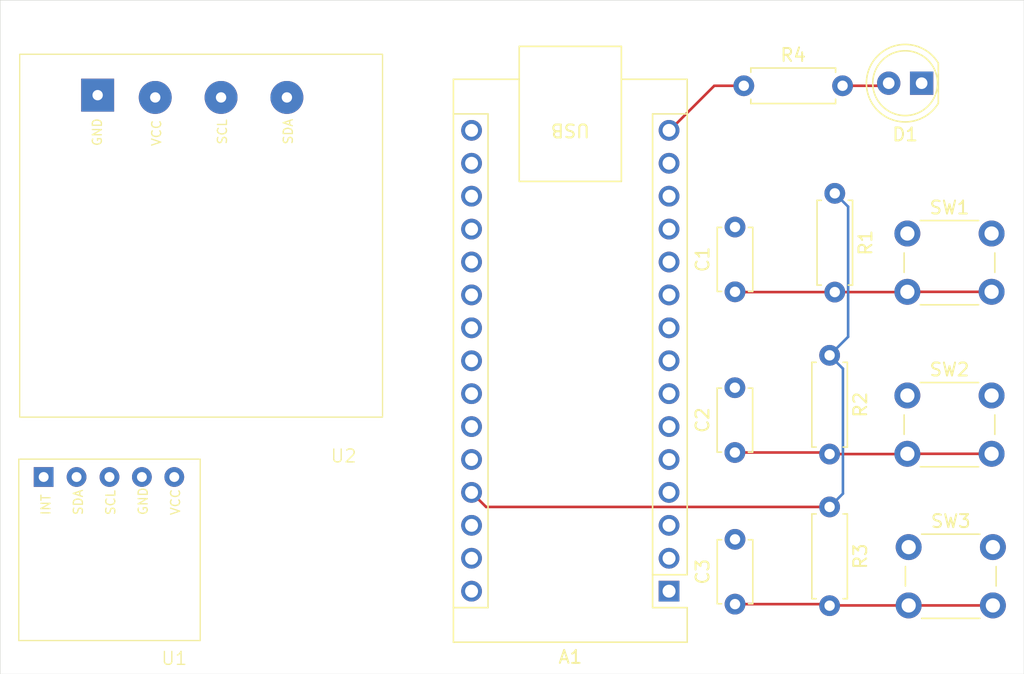
<source format=kicad_pcb>
(kicad_pcb (version 20241229) (generator "pcbnew") (generator_version "9.0")
  (layers (0 "F.Cu" signal "Front") (4 "In1.Cu" signal) (6 "In2.Cu" signal) (2 "B.Cu" signal "Back") (13 "F.Paste" user) (15 "B.Paste" user) (5 "F.SilkS" user) (7 "B.SilkS" user) (1 "F.Mask" user) (3 "B.Mask" user) (25 "Edge.Cuts" user))
  (net 0 "")
  (net 3 "Net-(D1-A)")
  (net 10 "Net-(A1-A5)")
  (net 11 "+5V")
  (net 15 "GND")
  (net 22 "Net-(A1-D4)")
  (net 23 "Net-(A1-D12)")
  (net 25 "Net-(A1-D2)")
  (net 26 "Net-(A1-D3)")
  (net 27 "Net-(A1-A4)")
  (footprint "Resistor_THT:R_Axial_DIN0207_L6.3mm_D2.5mm_P7.62mm_Horizontal" (layer "F.Cu") (at 194 95.1 -90)
    (property "Reference" "R3" (at 3.81 -2.37 90) (layer "F.SilkS"))
    (property "Value" "1K")
    (fp_line (start 0.54 1.37) (end 7.08 1.37) (stroke (width 0.12)) (layer "F.SilkS"))
    (fp_line (start 7.08 1.37) (end 7.08 1.04) (stroke (width 0.12)) (layer "F.SilkS"))
    (fp_line (start 0.54 1.04) (end 0.54 1.37) (stroke (width 0.12)) (layer "F.SilkS"))
    (fp_line (start 0.54 -1.04) (end 0.54 -1.37) (stroke (width 0.12)) (layer "F.SilkS"))
    (fp_line (start 0.54 -1.37) (end 7.08 -1.37) (stroke (width 0.12)) (layer "F.SilkS"))
    (fp_line (start 7.08 -1.37) (end 7.08 -1.04) (stroke (width 0.12)) (layer "F.SilkS"))
    (pad "1" thru_hole circle (at 0 0 270) (size 1.6 1.6) (drill 0.8) (layers "*.Cu" "*.Mask") (net 11 "+5V"))
    (pad "2" thru_hole circle (at 7.62 0 270) (size 1.6 1.6) (drill 0.8) (layers "*.Cu" "*.Mask") (net 22 "Net-(A1-D4)"))
  )
  (footprint "sp2_footprint:SSD1306" (layer "F.Cu") (at 144.5 74.168)
    (property "Reference" "U2" (at 12 17 0) (layer "F.SilkS") (effects (font (thickness 0.1))))
    (property "Value" "SSD1306")
    (fp_rect (start -13 -14) (end 15 14) (stroke (width 0.1)) (fill no) (layer "F.SilkS"))
    (fp_text user "SCL" (at 3.048 -6.985 90) (layer "F.SilkS") (effects (font (size 0.7 0.7) (thickness 0.1)) (justify left bottom)))
    (fp_text user "SDA" (at 8.128 -6.985 90) (layer "F.SilkS") (effects (font (size 0.7 0.7) (thickness 0.1)) (justify left bottom)))
    (fp_text user "VCC" (at -2.032 -6.858 90) (layer "F.SilkS") (effects (font (size 0.7 0.7) (thickness 0.1)) (justify left bottom)))
    (fp_text user "GND" (at -6.604 -6.858 90) (layer "F.SilkS") (effects (font (size 0.7 0.7) (thickness 0.1)) (justify left bottom)))
    (pad "1" thru_hole rect (at -6.984 -10.844) (size 2.54 2.54) (drill 0.8) (layers "*.Cu" "*.Mask") (net 15 "GND"))
    (pad "2" thru_hole circle (at -2.54 -10.668) (size 2.54 2.54) (drill 0.8) (layers "*.Cu" "*.Mask") (net 11 "+5V"))
    (pad "3" thru_hole circle (at 2.54 -10.668) (size 2.54 2.54) (drill 0.8) (layers "*.Cu" "*.Mask") (net 10 "Net-(A1-A5)"))
    (pad "4" thru_hole circle (at 7.62 -10.668) (size 2.54 2.54) (drill 0.8) (layers "*.Cu" "*.Mask") (net 27 "Net-(A1-A4)"))
  )
  (footprint "sp2_footprint:MAX30102_Module" (layer "F.Cu") (at 138.43 97.79)
    (property "Reference" "U1" (at 5 9 0) (layer "F.SilkS") (effects (font (thickness 0.1))))
    (property "Value" "MAX30102")
    (fp_line (start -7 -6.38) (end 7 -6.38) (stroke (width 0.1)) (layer "F.SilkS"))
    (fp_line (start -7 7.62) (end -7 -6.38) (stroke (width 0.1)) (layer "F.SilkS"))
    (fp_line (start 7 -6.38) (end 7 7.62) (stroke (width 0.1)) (layer "F.SilkS"))
    (fp_line (start 7 7.62) (end -7 7.62) (stroke (width 0.1)) (layer "F.SilkS"))
    (fp_text user "VCC" (at 5.5 -2 90) (layer "F.SilkS") (effects (font (size 0.7 0.7) (thickness 0.1)) (justify left bottom)))
    (fp_text user "GND" (at 3 -2 90) (layer "F.SilkS") (effects (font (size 0.7 0.7) (thickness 0.1)) (justify left bottom)))
    (fp_text user "INT" (at -4.5 -2 90) (layer "F.SilkS") (effects (font (size 0.7 0.7) (thickness 0.1)) (justify left bottom)))
    (fp_text user "SDA" (at -2 -2 90) (layer "F.SilkS") (effects (font (size 0.7 0.7) (thickness 0.1)) (justify left bottom)))
    (fp_text user "SCL" (at 0.5 -2 90) (layer "F.SilkS") (effects (font (size 0.7 0.7) (thickness 0.1)) (justify left bottom)))
    (pad "1" thru_hole rect (at -5.08 -5) (size 1.524 1.524) (drill 0.762) (layers "*.Cu" "*.Mask"))
    (pad "2" thru_hole circle (at -2.54 -5) (size 1.524 1.524) (drill 0.762) (layers "*.Cu" "*.Mask") (net 27 "Net-(A1-A4)"))
    (pad "3" thru_hole circle (at 0 -5) (size 1.524 1.524) (drill 0.762) (layers "*.Cu" "*.Mask") (net 10 "Net-(A1-A5)"))
    (pad "4" thru_hole circle (at 2.5 -5) (size 1.524 1.524) (drill 0.762) (layers "*.Cu" "*.Mask") (net 15 "GND"))
    (pad "5" thru_hole circle (at 5 -5) (size 1.524 1.524) (drill 0.762) (layers "*.Cu" "*.Mask") (net 11 "+5V"))
  )
  (footprint "Button_Switch_THT:SW_PUSH_6mm" (layer "F.Cu") (at 200 74)
    (property "Reference" "SW1" (at 3.25 -2 0) (layer "F.SilkS"))
    (property "Value" "SW_Push")
    (fp_line (start -0.25 1.5) (end -0.25 3) (stroke (width 0.12)) (layer "F.SilkS"))
    (fp_line (start 1 5.5) (end 5.5 5.5) (stroke (width 0.12)) (layer "F.SilkS"))
    (fp_line (start 5.5 -1) (end 1 -1) (stroke (width 0.12)) (layer "F.SilkS"))
    (fp_line (start 6.75 3) (end 6.75 1.5) (stroke (width 0.12)) (layer "F.SilkS"))
    (pad "1" thru_hole circle (at 0 0 90) (size 2 2) (drill 1.1) (layers "*.Cu" "*.Mask") (net 15 "GND"))
    (pad "1" thru_hole circle (at 6.5 0 90) (size 2 2) (drill 1.1) (layers "*.Cu" "*.Mask") (net 15 "GND"))
    (pad "2" thru_hole circle (at 0 4.5 90) (size 2 2) (drill 1.1) (layers "*.Cu" "*.Mask") (net 25 "Net-(A1-D2)"))
    (pad "2" thru_hole circle (at 6.5 4.5 90) (size 2 2) (drill 1.1) (layers "*.Cu" "*.Mask") (net 25 "Net-(A1-D2)"))
  )
  (footprint "LED_THT:LED_D5.0mm" (layer "F.Cu") (at 201.1 62.4 180)
    (property "Reference" "D1" (at 1.27 -3.96 0) (layer "F.SilkS"))
    (property "Value" "LED")
    (fp_line (start -1.29 -1.545) (end -1.29 1.545) (stroke (width 0.12)) (layer "F.SilkS"))
    (fp_arc (start 4.26 0) (mid 2.071779 2.880495) (end -1.29 1.54483) (stroke (width 0.12)) (layer "F.SilkS"))
    (fp_arc (start -1.29 -1.54483) (mid 2.071779 -2.880495) (end 4.26 0) (stroke (width 0.12)) (layer "F.SilkS"))
    (fp_circle (center 1.27 0) (end 3.77 0) (stroke (width 0.12)) (fill no) (layer "F.SilkS"))
    (pad "1" thru_hole rect (at 0 0 180) (size 1.8 1.8) (drill 0.9) (layers "*.Cu" "*.Mask") (net 15 "GND"))
    (pad "2" thru_hole circle (at 2.54 0 180) (size 1.8 1.8) (drill 0.9) (layers "*.Cu" "*.Mask") (net 3 "Net-(D1-A)"))
  )
  (footprint "Button_Switch_THT:SW_PUSH_6mm" (layer "F.Cu") (at 200 86.5)
    (property "Reference" "SW2" (at 3.25 -2 0) (layer "F.SilkS"))
    (property "Value" "SW_Push")
    (fp_line (start -0.25 1.5) (end -0.25 3) (stroke (width 0.12)) (layer "F.SilkS"))
    (fp_line (start 1 5.5) (end 5.5 5.5) (stroke (width 0.12)) (layer "F.SilkS"))
    (fp_line (start 5.5 -1) (end 1 -1) (stroke (width 0.12)) (layer "F.SilkS"))
    (fp_line (start 6.75 3) (end 6.75 1.5) (stroke (width 0.12)) (layer "F.SilkS"))
    (pad "1" thru_hole circle (at 0 0 90) (size 2 2) (drill 1.1) (layers "*.Cu" "*.Mask") (net 15 "GND"))
    (pad "1" thru_hole circle (at 6.5 0 90) (size 2 2) (drill 1.1) (layers "*.Cu" "*.Mask") (net 15 "GND"))
    (pad "2" thru_hole circle (at 0 4.5 90) (size 2 2) (drill 1.1) (layers "*.Cu" "*.Mask") (net 26 "Net-(A1-D3)"))
    (pad "2" thru_hole circle (at 6.5 4.5 90) (size 2 2) (drill 1.1) (layers "*.Cu" "*.Mask") (net 26 "Net-(A1-D3)"))
  )
  (footprint "Capacitor_THT:C_Disc_D4.7mm_W2.5mm_P5.00mm" (layer "F.Cu") (at 186.7 78.5 90)
    (property "Reference" "C1" (at 2.5 -2.5 90) (layer "F.SilkS"))
    (property "Value" "100n")
    (fp_line (start 4.97 -1.37) (end 4.97 -1.04) (stroke (width 0.12)) (layer "F.SilkS"))
    (fp_line (start 0.03 -1.37) (end 4.97 -1.37) (stroke (width 0.12)) (layer "F.SilkS"))
    (fp_line (start 0.03 -1.37) (end 0.03 -1.04) (stroke (width 0.12)) (layer "F.SilkS"))
    (fp_line (start 4.97 1.04) (end 4.97 1.37) (stroke (width 0.12)) (layer "F.SilkS"))
    (fp_line (start 0.03 1.04) (end 0.03 1.37) (stroke (width 0.12)) (layer "F.SilkS"))
    (fp_line (start 0.03 1.37) (end 4.97 1.37) (stroke (width 0.12)) (layer "F.SilkS"))
    (pad "1" thru_hole circle (at 0 0 90) (size 1.6 1.6) (drill 0.8) (layers "*.Cu" "*.Mask") (net 25 "Net-(A1-D2)"))
    (pad "2" thru_hole circle (at 5 0 90) (size 1.6 1.6) (drill 0.8) (layers "*.Cu" "*.Mask") (net 15 "GND"))
  )
  (footprint "Button_Switch_THT:SW_PUSH_6mm" (layer "F.Cu") (at 200.1 98.2)
    (property "Reference" "SW3" (at 3.25 -2 0) (layer "F.SilkS"))
    (property "Value" "SW_Push")
    (fp_line (start -0.25 1.5) (end -0.25 3) (stroke (width 0.12)) (layer "F.SilkS"))
    (fp_line (start 1 5.5) (end 5.5 5.5) (stroke (width 0.12)) (layer "F.SilkS"))
    (fp_line (start 5.5 -1) (end 1 -1) (stroke (width 0.12)) (layer "F.SilkS"))
    (fp_line (start 6.75 3) (end 6.75 1.5) (stroke (width 0.12)) (layer "F.SilkS"))
    (pad "1" thru_hole circle (at 0 0 90) (size 2 2) (drill 1.1) (layers "*.Cu" "*.Mask") (net 15 "GND"))
    (pad "1" thru_hole circle (at 6.5 0 90) (size 2 2) (drill 1.1) (layers "*.Cu" "*.Mask") (net 15 "GND"))
    (pad "2" thru_hole circle (at 0 4.5 90) (size 2 2) (drill 1.1) (layers "*.Cu" "*.Mask") (net 22 "Net-(A1-D4)"))
    (pad "2" thru_hole circle (at 6.5 4.5 90) (size 2 2) (drill 1.1) (layers "*.Cu" "*.Mask") (net 22 "Net-(A1-D4)"))
  )
  (footprint "Module:Arduino_Nano" (layer "F.Cu") (at 181.61 101.6 180)
    (property "Reference" "A1" (at 7.62 -5.08 0) (layer "F.SilkS"))
    (property "Value" "Arduino_Nano_v3.x")
    (fp_line (start 16.64 39.5) (end 16.64 -3.94) (stroke (width 0.12)) (layer "F.SilkS"))
    (fp_line (start 16.64 39.5) (end 11.56 39.5) (stroke (width 0.12)) (layer "F.SilkS"))
    (fp_line (start 16.64 -3.94) (end -1.4 -3.94) (stroke (width 0.12)) (layer "F.SilkS"))
    (fp_line (start 13.97 36.83) (end 16.64 36.83) (stroke (width 0.12)) (layer "F.SilkS"))
    (fp_line (start 13.97 -1.27) (end 16.64 -1.27) (stroke (width 0.12)) (layer "F.SilkS"))
    (fp_line (start 13.97 -1.27) (end 13.97 36.83) (stroke (width 0.12)) (layer "F.SilkS"))
    (fp_line (start 11.56 42.04) (end 3.68 42.04) (stroke (width 0.12)) (layer "F.SilkS"))
    (fp_line (start 11.56 31.62) (end 11.56 42.04) (stroke (width 0.12)) (layer "F.SilkS"))
    (fp_line (start 3.68 42.04) (end 3.68 31.62) (stroke (width 0.12)) (layer "F.SilkS"))
    (fp_line (start 3.68 31.62) (end 11.56 31.62) (stroke (width 0.12)) (layer "F.SilkS"))
    (fp_line (start 1.27 36.83) (end -1.4 36.83) (stroke (width 0.12)) (layer "F.SilkS"))
    (fp_line (start 1.27 1.27) (end 1.27 36.83) (stroke (width 0.12)) (layer "F.SilkS"))
    (fp_line (start 1.27 1.27) (end 1.27 -1.27) (stroke (width 0.12)) (layer "F.SilkS"))
    (fp_line (start 1.27 1.27) (end -1.4 1.27) (stroke (width 0.12)) (layer "F.SilkS"))
    (fp_line (start 1.27 -1.27) (end -1.4 -1.27) (stroke (width 0.12)) (layer "F.SilkS"))
    (fp_line (start -1.4 39.5) (end 3.68 39.5) (stroke (width 0.12)) (layer "F.SilkS"))
    (fp_line (start -1.4 1.27) (end -1.4 39.5) (stroke (width 0.12)) (layer "F.SilkS"))
    (fp_line (start -1.4 -3.94) (end -1.4 -1.27) (stroke (width 0.12)) (layer "F.SilkS"))
    (fp_text user "USB" (at 7.62 35.56 180) (layer "F.SilkS"))
    (pad "1" thru_hole rect (at 0 0 180) (size 1.6 1.6) (drill 1) (layers "*.Cu" "*.Mask"))
    (pad "2" thru_hole oval (at 0 2.54 180) (size 1.6 1.6) (drill 1) (layers "*.Cu" "*.Mask"))
    (pad "3" thru_hole oval (at 0 5.08 180) (size 1.6 1.6) (drill 1) (layers "*.Cu" "*.Mask"))
    (pad "4" thru_hole oval (at 0 7.62 180) (size 1.6 1.6) (drill 1) (layers "*.Cu" "*.Mask") (net 15 "GND"))
    (pad "5" thru_hole oval (at 0 10.16 180) (size 1.6 1.6) (drill 1) (layers "*.Cu" "*.Mask") (net 25 "Net-(A1-D2)"))
    (pad "6" thru_hole oval (at 0 12.7 180) (size 1.6 1.6) (drill 1) (layers "*.Cu" "*.Mask") (net 26 "Net-(A1-D3)"))
    (pad "7" thru_hole oval (at 0 15.24 180) (size 1.6 1.6) (drill 1) (layers "*.Cu" "*.Mask") (net 22 "Net-(A1-D4)"))
    (pad "8" thru_hole oval (at 0 17.78 180) (size 1.6 1.6) (drill 1) (layers "*.Cu" "*.Mask"))
    (pad "9" thru_hole oval (at 0 20.32 180) (size 1.6 1.6) (drill 1) (layers "*.Cu" "*.Mask"))
    (pad "10" thru_hole oval (at 0 22.86 180) (size 1.6 1.6) (drill 1) (layers "*.Cu" "*.Mask"))
    (pad "11" thru_hole oval (at 0 25.4 180) (size 1.6 1.6) (drill 1) (layers "*.Cu" "*.Mask"))
    (pad "12" thru_hole oval (at 0 27.94 180) (size 1.6 1.6) (drill 1) (layers "*.Cu" "*.Mask"))
    (pad "13" thru_hole oval (at 0 30.48 180) (size 1.6 1.6) (drill 1) (layers "*.Cu" "*.Mask"))
    (pad "14" thru_hole oval (at 0 33.02 180) (size 1.6 1.6) (drill 1) (layers "*.Cu" "*.Mask"))
    (pad "15" thru_hole oval (at 0 35.56 180) (size 1.6 1.6) (drill 1) (layers "*.Cu" "*.Mask") (net 23 "Net-(A1-D12)"))
    (pad "16" thru_hole oval (at 15.24 35.56 180) (size 1.6 1.6) (drill 1) (layers "*.Cu" "*.Mask"))
    (pad "17" thru_hole oval (at 15.24 33.02 180) (size 1.6 1.6) (drill 1) (layers "*.Cu" "*.Mask"))
    (pad "18" thru_hole oval (at 15.24 30.48 180) (size 1.6 1.6) (drill 1) (layers "*.Cu" "*.Mask"))
    (pad "19" thru_hole oval (at 15.24 27.94 180) (size 1.6 1.6) (drill 1) (layers "*.Cu" "*.Mask"))
    (pad "20" thru_hole oval (at 15.24 25.4 180) (size 1.6 1.6) (drill 1) (layers "*.Cu" "*.Mask"))
    (pad "21" thru_hole oval (at 15.24 22.86 180) (size 1.6 1.6) (drill 1) (layers "*.Cu" "*.Mask"))
    (pad "22" thru_hole oval (at 15.24 20.32 180) (size 1.6 1.6) (drill 1) (layers "*.Cu" "*.Mask"))
    (pad "23" thru_hole oval (at 15.24 17.78 180) (size 1.6 1.6) (drill 1) (layers "*.Cu" "*.Mask") (net 27 "Net-(A1-A4)"))
    (pad "24" thru_hole oval (at 15.24 15.24 180) (size 1.6 1.6) (drill 1) (layers "*.Cu" "*.Mask") (net 10 "Net-(A1-A5)"))
    (pad "25" thru_hole oval (at 15.24 12.7 180) (size 1.6 1.6) (drill 1) (layers "*.Cu" "*.Mask"))
    (pad "26" thru_hole oval (at 15.24 10.16 180) (size 1.6 1.6) (drill 1) (layers "*.Cu" "*.Mask"))
    (pad "27" thru_hole oval (at 15.24 7.62 180) (size 1.6 1.6) (drill 1) (layers "*.Cu" "*.Mask") (net 11 "+5V"))
    (pad "28" thru_hole oval (at 15.24 5.08 180) (size 1.6 1.6) (drill 1) (layers "*.Cu" "*.Mask"))
    (pad "29" thru_hole oval (at 15.24 2.54 180) (size 1.6 1.6) (drill 1) (layers "*.Cu" "*.Mask") (net 15 "GND"))
    (pad "30" thru_hole oval (at 15.24 0 180) (size 1.6 1.6) (drill 1) (layers "*.Cu" "*.Mask"))
  )
  (footprint "Resistor_THT:R_Axial_DIN0207_L6.3mm_D2.5mm_P7.62mm_Horizontal" (layer "F.Cu") (at 194.4 70.9 -90)
    (property "Reference" "R1" (at 3.81 -2.37 90) (layer "F.SilkS"))
    (property "Value" "1K")
    (fp_line (start 0.54 1.37) (end 7.08 1.37) (stroke (width 0.12)) (layer "F.SilkS"))
    (fp_line (start 7.08 1.37) (end 7.08 1.04) (stroke (width 0.12)) (layer "F.SilkS"))
    (fp_line (start 0.54 1.04) (end 0.54 1.37) (stroke (width 0.12)) (layer "F.SilkS"))
    (fp_line (start 0.54 -1.04) (end 0.54 -1.37) (stroke (width 0.12)) (layer "F.SilkS"))
    (fp_line (start 0.54 -1.37) (end 7.08 -1.37) (stroke (width 0.12)) (layer "F.SilkS"))
    (fp_line (start 7.08 -1.37) (end 7.08 -1.04) (stroke (width 0.12)) (layer "F.SilkS"))
    (pad "1" thru_hole circle (at 0 0 270) (size 1.6 1.6) (drill 0.8) (layers "*.Cu" "*.Mask") (net 11 "+5V"))
    (pad "2" thru_hole circle (at 7.62 0 270) (size 1.6 1.6) (drill 0.8) (layers "*.Cu" "*.Mask") (net 25 "Net-(A1-D2)"))
  )
  (footprint "Capacitor_THT:C_Disc_D4.7mm_W2.5mm_P5.00mm" (layer "F.Cu") (at 186.69 90.9 90)
    (property "Reference" "C2" (at 2.5 -2.5 90) (layer "F.SilkS"))
    (property "Value" "100n")
    (fp_line (start 4.97 -1.37) (end 4.97 -1.04) (stroke (width 0.12)) (layer "F.SilkS"))
    (fp_line (start 0.03 -1.37) (end 4.97 -1.37) (stroke (width 0.12)) (layer "F.SilkS"))
    (fp_line (start 0.03 -1.37) (end 0.03 -1.04) (stroke (width 0.12)) (layer "F.SilkS"))
    (fp_line (start 4.97 1.04) (end 4.97 1.37) (stroke (width 0.12)) (layer "F.SilkS"))
    (fp_line (start 0.03 1.04) (end 0.03 1.37) (stroke (width 0.12)) (layer "F.SilkS"))
    (fp_line (start 0.03 1.37) (end 4.97 1.37) (stroke (width 0.12)) (layer "F.SilkS"))
    (pad "1" thru_hole circle (at 0 0 90) (size 1.6 1.6) (drill 0.8) (layers "*.Cu" "*.Mask") (net 26 "Net-(A1-D3)"))
    (pad "2" thru_hole circle (at 5 0 90) (size 1.6 1.6) (drill 0.8) (layers "*.Cu" "*.Mask") (net 15 "GND"))
  )
  (footprint "Resistor_THT:R_Axial_DIN0207_L6.3mm_D2.5mm_P7.62mm_Horizontal" (layer "F.Cu") (at 187.38 62.6)
    (property "Reference" "R4" (at 3.81 -2.37 0) (layer "F.SilkS"))
    (property "Value" "1K")
    (fp_line (start 0.54 -1.37) (end 7.08 -1.37) (stroke (width 0.12)) (layer "F.SilkS"))
    (fp_line (start 0.54 -1.04) (end 0.54 -1.37) (stroke (width 0.12)) (layer "F.SilkS"))
    (fp_line (start 0.54 1.04) (end 0.54 1.37) (stroke (width 0.12)) (layer "F.SilkS"))
    (fp_line (start 0.54 1.37) (end 7.08 1.37) (stroke (width 0.12)) (layer "F.SilkS"))
    (fp_line (start 7.08 -1.37) (end 7.08 -1.04) (stroke (width 0.12)) (layer "F.SilkS"))
    (fp_line (start 7.08 1.37) (end 7.08 1.04) (stroke (width 0.12)) (layer "F.SilkS"))
    (pad "1" thru_hole circle (at 0 0) (size 1.6 1.6) (drill 0.8) (layers "*.Cu" "*.Mask") (net 23 "Net-(A1-D12)"))
    (pad "2" thru_hole circle (at 7.62 0) (size 1.6 1.6) (drill 0.8) (layers "*.Cu" "*.Mask") (net 3 "Net-(D1-A)"))
  )
  (footprint "Resistor_THT:R_Axial_DIN0207_L6.3mm_D2.5mm_P7.62mm_Horizontal" (layer "F.Cu") (at 194 83.4 -90)
    (property "Reference" "R2" (at 3.81 -2.37 90) (layer "F.SilkS"))
    (property "Value" "1K")
    (fp_line (start 0.54 1.37) (end 7.08 1.37) (stroke (width 0.12)) (layer "F.SilkS"))
    (fp_line (start 7.08 1.37) (end 7.08 1.04) (stroke (width 0.12)) (layer "F.SilkS"))
    (fp_line (start 0.54 1.04) (end 0.54 1.37) (stroke (width 0.12)) (layer "F.SilkS"))
    (fp_line (start 0.54 -1.04) (end 0.54 -1.37) (stroke (width 0.12)) (layer "F.SilkS"))
    (fp_line (start 0.54 -1.37) (end 7.08 -1.37) (stroke (width 0.12)) (layer "F.SilkS"))
    (fp_line (start 7.08 -1.37) (end 7.08 -1.04) (stroke (width 0.12)) (layer "F.SilkS"))
    (pad "1" thru_hole circle (at 0 0 270) (size 1.6 1.6) (drill 0.8) (layers "*.Cu" "*.Mask") (net 11 "+5V"))
    (pad "2" thru_hole circle (at 7.62 0 270) (size 1.6 1.6) (drill 0.8) (layers "*.Cu" "*.Mask") (net 26 "Net-(A1-D3)"))
  )
  (footprint "Capacitor_THT:C_Disc_D4.7mm_W2.5mm_P5.00mm" (layer "F.Cu") (at 186.7 102.6 90)
    (property "Reference" "C3" (at 2.5 -2.5 90) (layer "F.SilkS"))
    (property "Value" "100n")
    (fp_line (start 4.97 -1.37) (end 4.97 -1.04) (stroke (width 0.12)) (layer "F.SilkS"))
    (fp_line (start 0.03 -1.37) (end 4.97 -1.37) (stroke (width 0.12)) (layer "F.SilkS"))
    (fp_line (start 0.03 -1.37) (end 0.03 -1.04) (stroke (width 0.12)) (layer "F.SilkS"))
    (fp_line (start 4.97 1.04) (end 4.97 1.37) (stroke (width 0.12)) (layer "F.SilkS"))
    (fp_line (start 0.03 1.04) (end 0.03 1.37) (stroke (width 0.12)) (layer "F.SilkS"))
    (fp_line (start 0.03 1.37) (end 4.97 1.37) (stroke (width 0.12)) (layer "F.SilkS"))
    (pad "1" thru_hole circle (at 0 0 90) (size 1.6 1.6) (drill 0.8) (layers "*.Cu" "*.Mask") (net 22 "Net-(A1-D4)"))
    (pad "2" thru_hole circle (at 5 0 90) (size 1.6 1.6) (drill 0.8) (layers "*.Cu" "*.Mask") (net 15 "GND"))
  )
  (gr_line (start 130 56) (end 130 59) (stroke (width 0.0381)) (layer "Edge.Cuts"))
  (gr_line (start 130 59) (end 130 108) (stroke (width 0.0381)) (layer "Edge.Cuts"))
  (gr_line (start 130 108) (end 209 108) (stroke (width 0.0381)) (layer "Edge.Cuts"))
  (gr_line (start 209 56) (end 130 56) (stroke (width 0.0381)) (layer "Edge.Cuts"))
  (gr_line (start 209 108) (end 209 56) (stroke (width 0.0381)) (layer "Edge.Cuts"))
  (segment (start 198.36 62.6) (end 198.56 62.4) (width 0.2) (layer "F.Cu") (net 3))
  (segment (start 195 62.6) (end 198.36 62.6) (width 0.2) (layer "F.Cu") (net 3))
  (segment (start 194 95.1) (end 167.49 95.1) (width 0.2) (layer "F.Cu") (net 11))
  (segment (start 167.49 95.1) (end 166.37 93.98) (width 0.2) (layer "F.Cu") (net 11))
  (segment (start 195.028 84.428) (end 195.028 94.072) (width 0.2) (layer "B.Cu") (net 11))
  (segment (start 194.4 70.9) (end 195.428 71.928) (width 0.2) (layer "B.Cu") (net 11))
  (segment (start 194 83.4) (end 195.028 84.428) (width 0.2) (layer "B.Cu") (net 11))
  (segment (start 195.428 71.928) (end 195.428 81.972) (width 0.2) (layer "B.Cu") (net 11))
  (segment (start 195.428 81.972) (end 194 83.4) (width 0.2) (layer "B.Cu") (net 11))
  (segment (start 195.028 94.072) (end 194 95.1) (width 0.2) (layer "B.Cu") (net 11))
  (segment (start 194.04 102.7) (end 200.1 102.7) (width 0.2) (layer "F.Cu") (net 22))
  (segment (start 193.88 102.6) (end 194 102.72) (width 0.2) (layer "F.Cu") (net 22))
  (segment (start 200.1 102.7) (end 206.6 102.7) (width 0.2) (layer "F.Cu") (net 22))
  (segment (start 194.02 102.72) (end 194.04 102.7) (width 0.2) (layer "F.Cu") (net 22))
  (segment (start 186.7 102.6) (end 193.88 102.6) (width 0.2) (layer "F.Cu") (net 22))
  (segment (start 194 102.72) (end 194.02 102.72) (width 0.2) (layer "F.Cu") (net 22))
  (segment (start 181.61 66.04) (end 181.61 66.01) (width 0.2) (layer "F.Cu") (net 23))
  (segment (start 181.61 66.04) (end 181.66 66.04) (width 0.2) (layer "F.Cu") (net 23))
  (segment (start 185.1 62.6) (end 187.38 62.6) (width 0.2) (layer "F.Cu") (net 23))
  (segment (start 181.66 66.04) (end 185.1 62.6) (width 0.2) (layer "F.Cu") (net 23))
  (segment (start 181.61 66.01) (end 181.6 66) (width 0.2) (layer "F.Cu") (net 23))
  (segment (start 186.9 78.5) (end 186.92 78.52) (width 0.2) (layer "F.Cu") (net 25))
  (segment (start 199.98 78.52) (end 200 78.5) (width 0.2) (layer "F.Cu") (net 25))
  (segment (start 194.4 78.52) (end 199.98 78.52) (width 0.2) (layer "F.Cu") (net 25))
  (segment (start 186.92 78.52) (end 194.4 78.52) (width 0.2) (layer "F.Cu") (net 25))
  (segment (start 200 78.5) (end 206.5 78.5) (width 0.2) (layer "F.Cu") (net 25))
  (segment (start 186.7 78.5) (end 186.9 78.5) (width 0.2) (layer "F.Cu") (net 25))
  (segment (start 200 91) (end 206.5 91) (width 0.2) (layer "F.Cu") (net 26))
  (segment (start 199.98 91.02) (end 200 91) (width 0.2) (layer "F.Cu") (net 26))
  (segment (start 186.69 90.9) (end 193.88 90.9) (width 0.2) (layer "F.Cu") (net 26))
  (segment (start 193.88 90.9) (end 194 91.02) (width 0.2) (layer "F.Cu") (net 26))
  (segment (start 194 91.02) (end 199.98 91.02) (width 0.2) (layer "F.Cu") (net 26))
)
</source>
